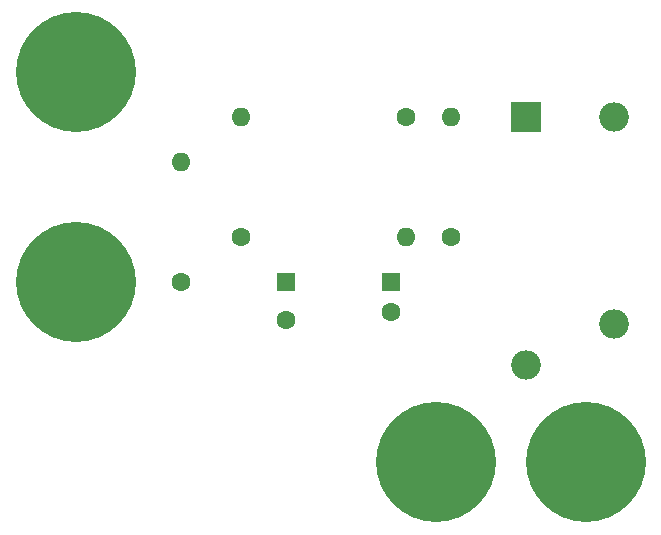
<source format=gbs>
%TF.GenerationSoftware,KiCad,Pcbnew,(5.1.9)-1*%
%TF.CreationDate,2021-03-21T23:44:43+05:30*%
%TF.ProjectId,Water Level Controller using 555,57617465-7220-44c6-9576-656c20436f6e,rev?*%
%TF.SameCoordinates,Original*%
%TF.FileFunction,Soldermask,Bot*%
%TF.FilePolarity,Negative*%
%FSLAX46Y46*%
G04 Gerber Fmt 4.6, Leading zero omitted, Abs format (unit mm)*
G04 Created by KiCad (PCBNEW (5.1.9)-1) date 2021-03-21 23:44:43*
%MOMM*%
%LPD*%
G01*
G04 APERTURE LIST*
%ADD10R,2.500000X2.500000*%
%ADD11O,2.500000X2.500000*%
%ADD12R,1.600000X1.600000*%
%ADD13C,1.600000*%
%ADD14C,10.160000*%
%ADD15O,1.600000X1.600000*%
G04 APERTURE END LIST*
D10*
%TO.C,K1*%
X156210000Y-64770000D03*
D11*
X156210000Y-85770000D03*
X163710000Y-82270000D03*
X163710000Y-64770000D03*
%TD*%
D12*
%TO.C,BZ1*%
X135890000Y-78740000D03*
D13*
X135890000Y-81940000D03*
%TD*%
D12*
%TO.C,C1*%
X144780000Y-78740000D03*
D13*
X144780000Y-81240000D03*
%TD*%
D14*
%TO.C,J1*%
X118110000Y-60960000D03*
%TD*%
%TO.C,J2*%
X118110000Y-78740000D03*
%TD*%
D13*
%TO.C,R1*%
X127000000Y-78740000D03*
D15*
X127000000Y-68580000D03*
%TD*%
%TO.C,R2*%
X146050000Y-74930000D03*
D13*
X146050000Y-64770000D03*
%TD*%
%TO.C,R3*%
X149860000Y-74930000D03*
D15*
X149860000Y-64770000D03*
%TD*%
%TO.C,R4*%
X132080000Y-64770000D03*
D13*
X132080000Y-74930000D03*
%TD*%
D14*
%TO.C,J3*%
X161290000Y-93980000D03*
%TD*%
%TO.C,J4*%
X148590000Y-93980000D03*
%TD*%
M02*

</source>
